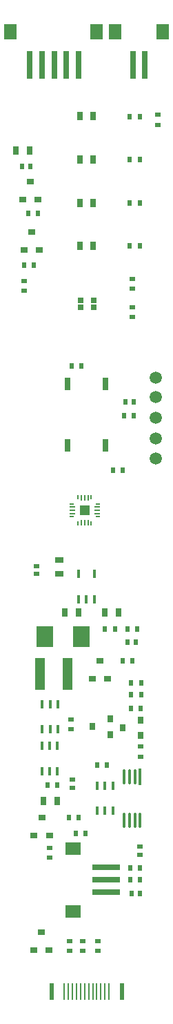
<source format=gtp>
%FSLAX25Y25*%
%MOIN*%
G70*
G01*
G75*
G04 Layer_Color=8421504*
%ADD10R,0.03543X0.03150*%
%ADD11R,0.03543X0.03150*%
%ADD12R,0.03150X0.03543*%
%ADD13R,0.03150X0.03543*%
%ADD14R,0.02756X0.02362*%
%ADD15R,0.02362X0.02756*%
%ADD16R,0.02165X0.02559*%
%ADD17R,0.03150X0.02559*%
%ADD18R,0.13386X0.02756*%
%ADD19R,0.07480X0.06299*%
%ADD20R,0.01575X0.03937*%
%ADD21R,0.07874X0.10000*%
%ADD22R,0.02756X0.06102*%
%ADD23R,0.02756X0.13386*%
%ADD24R,0.06299X0.07480*%
%ADD25R,0.03150X0.03937*%
%ADD26C,0.05906*%
%ADD27R,0.05118X0.15748*%
%ADD28R,0.02362X0.00787*%
%ADD29R,0.03150X0.00787*%
%ADD30R,0.00787X0.02362*%
%ADD31R,0.00787X0.03150*%
%ADD32R,0.05118X0.05118*%
%ADD33R,0.01063X0.07874*%
%ADD34R,0.02362X0.07874*%
%ADD35R,0.01181X0.07874*%
%ADD36O,0.01181X0.07874*%
%ADD37R,0.02559X0.02165*%
%ADD38R,0.03937X0.03150*%
%ADD39C,0.00787*%
%ADD40C,0.01181*%
%ADD41C,0.01000*%
%ADD42C,0.02362*%
%ADD43C,0.01575*%
%ADD44C,0.01969*%
%ADD45C,0.03150*%
%ADD46C,0.00500*%
%ADD47C,0.00591*%
%ADD48C,0.00197*%
%ADD49C,0.00600*%
%ADD50C,0.00394*%
%ADD51C,0.00709*%
%ADD52C,0.01200*%
D10*
X19490Y-442580D02*
D03*
X15750Y-451241D02*
D03*
X19740Y-387470D02*
D03*
X16000Y-396131D02*
D03*
X44224Y-320452D02*
D03*
X47964Y-311790D02*
D03*
X11170Y-113533D02*
D03*
X14910Y-104872D02*
D03*
X10512Y-89131D02*
D03*
X14252Y-80470D02*
D03*
D11*
X23230Y-451241D02*
D03*
X23480Y-396131D02*
D03*
X51704Y-320452D02*
D03*
X18650Y-113533D02*
D03*
X17992Y-89131D02*
D03*
D12*
X44201Y-343540D02*
D03*
X52862Y-347280D02*
D03*
X58890Y-344060D02*
D03*
X67551Y-347800D02*
D03*
D13*
X52862Y-339800D02*
D03*
X67551Y-340320D02*
D03*
D14*
X34010Y-344822D02*
D03*
Y-340098D02*
D03*
X67580Y-357892D02*
D03*
Y-353168D02*
D03*
X46740Y-447038D02*
D03*
Y-451762D02*
D03*
X39470Y-451782D02*
D03*
Y-447058D02*
D03*
X23470Y-406682D02*
D03*
Y-401958D02*
D03*
X33310Y-451782D02*
D03*
Y-447058D02*
D03*
X11170Y-128258D02*
D03*
Y-132982D02*
D03*
X63550Y-132212D02*
D03*
Y-127488D02*
D03*
Y-141068D02*
D03*
Y-145792D02*
D03*
X75900Y-52942D02*
D03*
Y-48218D02*
D03*
D15*
X62818Y-334760D02*
D03*
X67542D02*
D03*
X67312Y-411570D02*
D03*
X62588D02*
D03*
X11170Y-120672D02*
D03*
X15894D02*
D03*
X17952Y-95560D02*
D03*
X13228D02*
D03*
X62528Y-417360D02*
D03*
X67252D02*
D03*
X63632Y-311800D02*
D03*
X58908D02*
D03*
X36288Y-395201D02*
D03*
X41012D02*
D03*
X37692Y-387431D02*
D03*
X32968D02*
D03*
X62998Y-328220D02*
D03*
X67722D02*
D03*
X27272Y-371850D02*
D03*
X22548D02*
D03*
X67722Y-322550D02*
D03*
X62998D02*
D03*
X46638Y-362000D02*
D03*
X51362D02*
D03*
X67072Y-111431D02*
D03*
X62348D02*
D03*
X67072Y-90565D02*
D03*
X62348D02*
D03*
X67072Y-69699D02*
D03*
X62348D02*
D03*
X67072Y-48890D02*
D03*
X62348D02*
D03*
X34258Y-169340D02*
D03*
X38982D02*
D03*
X59022Y-219680D02*
D03*
X54298D02*
D03*
X55082Y-296460D02*
D03*
X50358D02*
D03*
X65992D02*
D03*
X61268D02*
D03*
X59595Y-193380D02*
D03*
X64320D02*
D03*
D16*
X63293Y-424130D02*
D03*
X67230D02*
D03*
X14070Y-73030D02*
D03*
X10133D02*
D03*
X61260Y-302680D02*
D03*
X65197D02*
D03*
X64220Y-186580D02*
D03*
X60283D02*
D03*
D17*
X38560Y-141080D02*
D03*
X44859D02*
D03*
X38560Y-137733D02*
D03*
X44859D02*
D03*
D18*
X50935Y-423362D02*
D03*
Y-417457D02*
D03*
Y-411551D02*
D03*
D19*
X34958Y-402260D02*
D03*
Y-432693D02*
D03*
D20*
X37570Y-282032D02*
D03*
X45050D02*
D03*
X41310D02*
D03*
X45050Y-269828D02*
D03*
X37570D02*
D03*
X19800Y-352698D02*
D03*
X27280D02*
D03*
X23540D02*
D03*
Y-364902D02*
D03*
X27280D02*
D03*
X19800D02*
D03*
X54100Y-384142D02*
D03*
X46620D02*
D03*
X50360D02*
D03*
Y-371938D02*
D03*
X46620D02*
D03*
X54100D02*
D03*
X27480Y-344823D02*
D03*
X20000D02*
D03*
X23740D02*
D03*
Y-332618D02*
D03*
X20000D02*
D03*
X27480D02*
D03*
D21*
X21253Y-300100D02*
D03*
X38970D02*
D03*
D22*
X32283Y-207677D02*
D03*
Y-177953D02*
D03*
X50394Y-207677D02*
D03*
Y-177953D02*
D03*
D23*
X37600Y-24027D02*
D03*
X31695D02*
D03*
X25789D02*
D03*
X19884D02*
D03*
X13978D02*
D03*
X63736Y-24098D02*
D03*
X69642D02*
D03*
D24*
X4687Y-8049D02*
D03*
X46183D02*
D03*
X55272Y-8120D02*
D03*
X78067D02*
D03*
D25*
X13947Y-65310D02*
D03*
X7254D02*
D03*
X37556Y-288370D02*
D03*
X30863D02*
D03*
X44436Y-48833D02*
D03*
X38137D02*
D03*
X44436Y-69699D02*
D03*
X38137D02*
D03*
X44436Y-90565D02*
D03*
X38137D02*
D03*
X44436Y-111431D02*
D03*
X38137D02*
D03*
X20583Y-379230D02*
D03*
X27277D02*
D03*
X50274Y-288320D02*
D03*
X56967D02*
D03*
D26*
X74810Y-194340D02*
D03*
Y-175140D02*
D03*
Y-214052D02*
D03*
Y-184520D02*
D03*
Y-204319D02*
D03*
D27*
X32294Y-318063D02*
D03*
X18909D02*
D03*
D28*
X46794Y-242203D02*
D03*
Y-235904D02*
D03*
X34195D02*
D03*
Y-242203D02*
D03*
D29*
X46400Y-240628D02*
D03*
Y-239053D02*
D03*
Y-237478D02*
D03*
X34589D02*
D03*
Y-239053D02*
D03*
Y-240628D02*
D03*
D30*
X43644Y-232754D02*
D03*
X37345D02*
D03*
Y-245352D02*
D03*
X43644D02*
D03*
D31*
X42069Y-233148D02*
D03*
X40494D02*
D03*
X38920D02*
D03*
Y-244959D02*
D03*
X40494D02*
D03*
X42069D02*
D03*
D32*
X40494Y-239053D02*
D03*
D33*
X42414Y-471340D02*
D03*
X30603D02*
D03*
X32572D02*
D03*
X34540D02*
D03*
X36509D02*
D03*
X38477D02*
D03*
X40446D02*
D03*
X44383D02*
D03*
X46351D02*
D03*
X48320D02*
D03*
X50288D02*
D03*
X52257D02*
D03*
D34*
X24422D02*
D03*
X58438D02*
D03*
D35*
X67340Y-367570D02*
D03*
D36*
X64781D02*
D03*
X62222D02*
D03*
X59663D02*
D03*
X67340Y-388830D02*
D03*
X64781D02*
D03*
X62222D02*
D03*
X59663D02*
D03*
D37*
X67290Y-405410D02*
D03*
Y-401473D02*
D03*
X17330Y-269840D02*
D03*
Y-265903D02*
D03*
X34400Y-372981D02*
D03*
Y-369044D02*
D03*
D38*
X28150Y-269847D02*
D03*
Y-263154D02*
D03*
M02*

</source>
